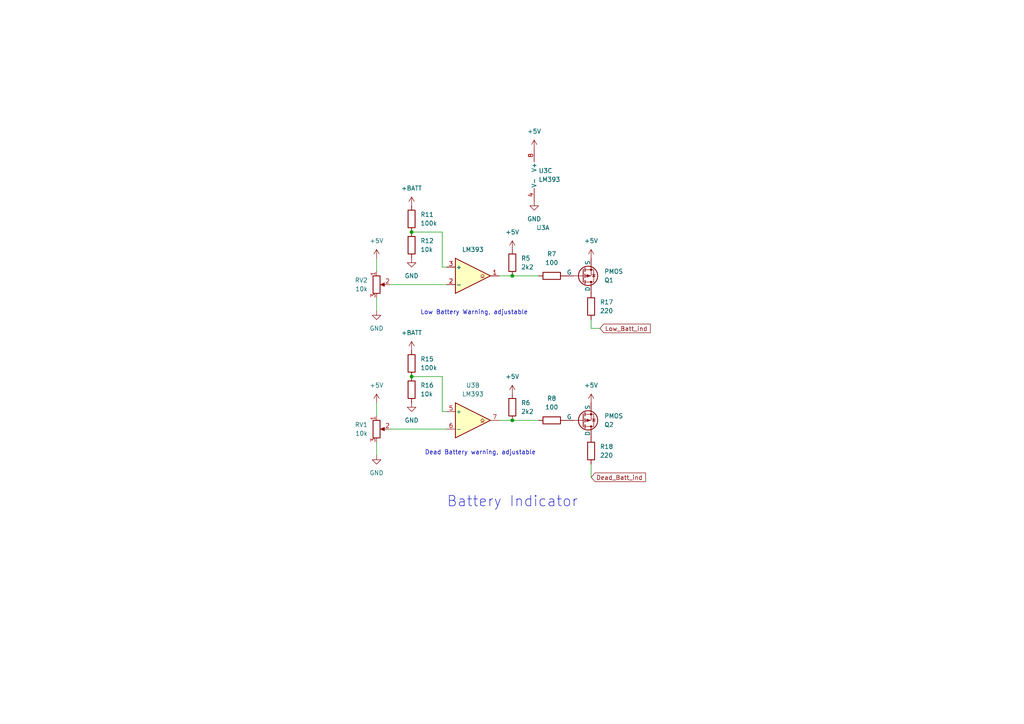
<source format=kicad_sch>
(kicad_sch (version 20230121) (generator eeschema)

  (uuid 1e088df7-3024-4f60-8ef0-3746c583047e)

  (paper "A4")

  (lib_symbols
    (symbol "Comparator:LM393" (pin_names (offset 0.127)) (in_bom yes) (on_board yes)
      (property "Reference" "U" (at 3.81 3.81 0)
        (effects (font (size 1.27 1.27)))
      )
      (property "Value" "LM393" (at 6.35 -3.81 0)
        (effects (font (size 1.27 1.27)))
      )
      (property "Footprint" "" (at 0 0 0)
        (effects (font (size 1.27 1.27)) hide)
      )
      (property "Datasheet" "http://www.ti.com/lit/ds/symlink/lm393.pdf" (at 0 0 0)
        (effects (font (size 1.27 1.27)) hide)
      )
      (property "ki_locked" "" (at 0 0 0)
        (effects (font (size 1.27 1.27)))
      )
      (property "ki_keywords" "cmp open collector" (at 0 0 0)
        (effects (font (size 1.27 1.27)) hide)
      )
      (property "ki_description" "Low-Power, Low-Offset Voltage, Dual Comparators, DIP-8/SOIC-8/TO-99-8" (at 0 0 0)
        (effects (font (size 1.27 1.27)) hide)
      )
      (property "ki_fp_filters" "SOIC*3.9x4.9mm*P1.27mm* DIP*W7.62mm* SOP*5.28x5.23mm*P1.27mm* VSSOP*3.0x3.0mm*P0.65mm* TSSOP*4.4x3mm*P0.65mm*" (at 0 0 0)
        (effects (font (size 1.27 1.27)) hide)
      )
      (symbol "LM393_1_1"
        (polyline
          (pts
            (xy -5.08 5.08)
            (xy 5.08 0)
            (xy -5.08 -5.08)
            (xy -5.08 5.08)
          )
          (stroke (width 0.254) (type default))
          (fill (type background))
        )
        (polyline
          (pts
            (xy 3.302 -0.508)
            (xy 2.794 -0.508)
            (xy 3.302 0)
            (xy 2.794 0.508)
            (xy 2.286 0)
            (xy 2.794 -0.508)
            (xy 2.286 -0.508)
          )
          (stroke (width 0.127) (type default))
          (fill (type none))
        )
        (pin open_collector line (at 7.62 0 180) (length 2.54)
          (name "~" (effects (font (size 1.27 1.27))))
          (number "1" (effects (font (size 1.27 1.27))))
        )
        (pin input line (at -7.62 -2.54 0) (length 2.54)
          (name "-" (effects (font (size 1.27 1.27))))
          (number "2" (effects (font (size 1.27 1.27))))
        )
        (pin input line (at -7.62 2.54 0) (length 2.54)
          (name "+" (effects (font (size 1.27 1.27))))
          (number "3" (effects (font (size 1.27 1.27))))
        )
      )
      (symbol "LM393_2_1"
        (polyline
          (pts
            (xy -5.08 5.08)
            (xy 5.08 0)
            (xy -5.08 -5.08)
            (xy -5.08 5.08)
          )
          (stroke (width 0.254) (type default))
          (fill (type background))
        )
        (polyline
          (pts
            (xy 3.302 -0.508)
            (xy 2.794 -0.508)
            (xy 3.302 0)
            (xy 2.794 0.508)
            (xy 2.286 0)
            (xy 2.794 -0.508)
            (xy 2.286 -0.508)
          )
          (stroke (width 0.127) (type default))
          (fill (type none))
        )
        (pin input line (at -7.62 2.54 0) (length 2.54)
          (name "+" (effects (font (size 1.27 1.27))))
          (number "5" (effects (font (size 1.27 1.27))))
        )
        (pin input line (at -7.62 -2.54 0) (length 2.54)
          (name "-" (effects (font (size 1.27 1.27))))
          (number "6" (effects (font (size 1.27 1.27))))
        )
        (pin open_collector line (at 7.62 0 180) (length 2.54)
          (name "~" (effects (font (size 1.27 1.27))))
          (number "7" (effects (font (size 1.27 1.27))))
        )
      )
      (symbol "LM393_3_1"
        (pin power_in line (at -2.54 -7.62 90) (length 3.81)
          (name "V-" (effects (font (size 1.27 1.27))))
          (number "4" (effects (font (size 1.27 1.27))))
        )
        (pin power_in line (at -2.54 7.62 270) (length 3.81)
          (name "V+" (effects (font (size 1.27 1.27))))
          (number "8" (effects (font (size 1.27 1.27))))
        )
      )
    )
    (symbol "Device:R" (pin_numbers hide) (pin_names (offset 0)) (in_bom yes) (on_board yes)
      (property "Reference" "R" (at 2.032 0 90)
        (effects (font (size 1.27 1.27)))
      )
      (property "Value" "R" (at 0 0 90)
        (effects (font (size 1.27 1.27)))
      )
      (property "Footprint" "" (at -1.778 0 90)
        (effects (font (size 1.27 1.27)) hide)
      )
      (property "Datasheet" "~" (at 0 0 0)
        (effects (font (size 1.27 1.27)) hide)
      )
      (property "ki_keywords" "R res resistor" (at 0 0 0)
        (effects (font (size 1.27 1.27)) hide)
      )
      (property "ki_description" "Resistor" (at 0 0 0)
        (effects (font (size 1.27 1.27)) hide)
      )
      (property "ki_fp_filters" "R_*" (at 0 0 0)
        (effects (font (size 1.27 1.27)) hide)
      )
      (symbol "R_0_1"
        (rectangle (start -1.016 -2.54) (end 1.016 2.54)
          (stroke (width 0.254) (type default))
          (fill (type none))
        )
      )
      (symbol "R_1_1"
        (pin passive line (at 0 3.81 270) (length 1.27)
          (name "~" (effects (font (size 1.27 1.27))))
          (number "1" (effects (font (size 1.27 1.27))))
        )
        (pin passive line (at 0 -3.81 90) (length 1.27)
          (name "~" (effects (font (size 1.27 1.27))))
          (number "2" (effects (font (size 1.27 1.27))))
        )
      )
    )
    (symbol "Device:R_Potentiometer" (pin_names (offset 1.016) hide) (in_bom yes) (on_board yes)
      (property "Reference" "RV" (at -4.445 0 90)
        (effects (font (size 1.27 1.27)))
      )
      (property "Value" "R_Potentiometer" (at -2.54 0 90)
        (effects (font (size 1.27 1.27)))
      )
      (property "Footprint" "" (at 0 0 0)
        (effects (font (size 1.27 1.27)) hide)
      )
      (property "Datasheet" "~" (at 0 0 0)
        (effects (font (size 1.27 1.27)) hide)
      )
      (property "ki_keywords" "resistor variable" (at 0 0 0)
        (effects (font (size 1.27 1.27)) hide)
      )
      (property "ki_description" "Potentiometer" (at 0 0 0)
        (effects (font (size 1.27 1.27)) hide)
      )
      (property "ki_fp_filters" "Potentiometer*" (at 0 0 0)
        (effects (font (size 1.27 1.27)) hide)
      )
      (symbol "R_Potentiometer_0_1"
        (polyline
          (pts
            (xy 2.54 0)
            (xy 1.524 0)
          )
          (stroke (width 0) (type default))
          (fill (type none))
        )
        (polyline
          (pts
            (xy 1.143 0)
            (xy 2.286 0.508)
            (xy 2.286 -0.508)
            (xy 1.143 0)
          )
          (stroke (width 0) (type default))
          (fill (type outline))
        )
        (rectangle (start 1.016 2.54) (end -1.016 -2.54)
          (stroke (width 0.254) (type default))
          (fill (type none))
        )
      )
      (symbol "R_Potentiometer_1_1"
        (pin passive line (at 0 3.81 270) (length 1.27)
          (name "1" (effects (font (size 1.27 1.27))))
          (number "1" (effects (font (size 1.27 1.27))))
        )
        (pin passive line (at 3.81 0 180) (length 1.27)
          (name "2" (effects (font (size 1.27 1.27))))
          (number "2" (effects (font (size 1.27 1.27))))
        )
        (pin passive line (at 0 -3.81 90) (length 1.27)
          (name "3" (effects (font (size 1.27 1.27))))
          (number "3" (effects (font (size 1.27 1.27))))
        )
      )
    )
    (symbol "Simulation_SPICE:PMOS" (pin_numbers hide) (pin_names (offset 0)) (in_bom yes) (on_board yes)
      (property "Reference" "Q" (at 5.08 1.27 0)
        (effects (font (size 1.27 1.27)) (justify left))
      )
      (property "Value" "PMOS" (at 5.08 -1.27 0)
        (effects (font (size 1.27 1.27)) (justify left))
      )
      (property "Footprint" "" (at 5.08 2.54 0)
        (effects (font (size 1.27 1.27)) hide)
      )
      (property "Datasheet" "https://ngspice.sourceforge.io/docs/ngspice-manual.pdf" (at 0 -12.7 0)
        (effects (font (size 1.27 1.27)) hide)
      )
      (property "Sim.Device" "PMOS" (at 0 -17.145 0)
        (effects (font (size 1.27 1.27)) hide)
      )
      (property "Sim.Type" "VDMOS" (at 0 -19.05 0)
        (effects (font (size 1.27 1.27)) hide)
      )
      (property "Sim.Pins" "1=D 2=G 3=S" (at 0 -15.24 0)
        (effects (font (size 1.27 1.27)) hide)
      )
      (property "ki_keywords" "transistor PMOS P-MOS P-MOSFET simulation" (at 0 0 0)
        (effects (font (size 1.27 1.27)) hide)
      )
      (property "ki_description" "P-MOSFET transistor, drain/source/gate" (at 0 0 0)
        (effects (font (size 1.27 1.27)) hide)
      )
      (symbol "PMOS_0_1"
        (polyline
          (pts
            (xy 0.254 0)
            (xy -2.54 0)
          )
          (stroke (width 0) (type default))
          (fill (type none))
        )
        (polyline
          (pts
            (xy 0.254 1.905)
            (xy 0.254 -1.905)
          )
          (stroke (width 0.254) (type default))
          (fill (type none))
        )
        (polyline
          (pts
            (xy 0.762 -1.27)
            (xy 0.762 -2.286)
          )
          (stroke (width 0.254) (type default))
          (fill (type none))
        )
        (polyline
          (pts
            (xy 0.762 0.508)
            (xy 0.762 -0.508)
          )
          (stroke (width 0.254) (type default))
          (fill (type none))
        )
        (polyline
          (pts
            (xy 0.762 2.286)
            (xy 0.762 1.27)
          )
          (stroke (width 0.254) (type default))
          (fill (type none))
        )
        (polyline
          (pts
            (xy 2.54 2.54)
            (xy 2.54 1.778)
          )
          (stroke (width 0) (type default))
          (fill (type none))
        )
        (polyline
          (pts
            (xy 2.54 -2.54)
            (xy 2.54 0)
            (xy 0.762 0)
          )
          (stroke (width 0) (type default))
          (fill (type none))
        )
        (polyline
          (pts
            (xy 0.762 1.778)
            (xy 3.302 1.778)
            (xy 3.302 -1.778)
            (xy 0.762 -1.778)
          )
          (stroke (width 0) (type default))
          (fill (type none))
        )
        (polyline
          (pts
            (xy 2.286 0)
            (xy 1.27 0.381)
            (xy 1.27 -0.381)
            (xy 2.286 0)
          )
          (stroke (width 0) (type default))
          (fill (type outline))
        )
        (polyline
          (pts
            (xy 2.794 -0.508)
            (xy 2.921 -0.381)
            (xy 3.683 -0.381)
            (xy 3.81 -0.254)
          )
          (stroke (width 0) (type default))
          (fill (type none))
        )
        (polyline
          (pts
            (xy 3.302 -0.381)
            (xy 2.921 0.254)
            (xy 3.683 0.254)
            (xy 3.302 -0.381)
          )
          (stroke (width 0) (type default))
          (fill (type none))
        )
        (circle (center 1.651 0) (radius 2.794)
          (stroke (width 0.254) (type default))
          (fill (type none))
        )
        (circle (center 2.54 -1.778) (radius 0.254)
          (stroke (width 0) (type default))
          (fill (type outline))
        )
        (circle (center 2.54 1.778) (radius 0.254)
          (stroke (width 0) (type default))
          (fill (type outline))
        )
      )
      (symbol "PMOS_1_1"
        (pin passive line (at 2.54 5.08 270) (length 2.54)
          (name "D" (effects (font (size 1.27 1.27))))
          (number "1" (effects (font (size 1.27 1.27))))
        )
        (pin input line (at -5.08 0 0) (length 2.54)
          (name "G" (effects (font (size 1.27 1.27))))
          (number "2" (effects (font (size 1.27 1.27))))
        )
        (pin passive line (at 2.54 -5.08 90) (length 2.54)
          (name "S" (effects (font (size 1.27 1.27))))
          (number "3" (effects (font (size 1.27 1.27))))
        )
      )
    )
    (symbol "power:+5V" (power) (pin_names (offset 0)) (in_bom yes) (on_board yes)
      (property "Reference" "#PWR" (at 0 -3.81 0)
        (effects (font (size 1.27 1.27)) hide)
      )
      (property "Value" "+5V" (at 0 3.556 0)
        (effects (font (size 1.27 1.27)))
      )
      (property "Footprint" "" (at 0 0 0)
        (effects (font (size 1.27 1.27)) hide)
      )
      (property "Datasheet" "" (at 0 0 0)
        (effects (font (size 1.27 1.27)) hide)
      )
      (property "ki_keywords" "global power" (at 0 0 0)
        (effects (font (size 1.27 1.27)) hide)
      )
      (property "ki_description" "Power symbol creates a global label with name \"+5V\"" (at 0 0 0)
        (effects (font (size 1.27 1.27)) hide)
      )
      (symbol "+5V_0_1"
        (polyline
          (pts
            (xy -0.762 1.27)
            (xy 0 2.54)
          )
          (stroke (width 0) (type default))
          (fill (type none))
        )
        (polyline
          (pts
            (xy 0 0)
            (xy 0 2.54)
          )
          (stroke (width 0) (type default))
          (fill (type none))
        )
        (polyline
          (pts
            (xy 0 2.54)
            (xy 0.762 1.27)
          )
          (stroke (width 0) (type default))
          (fill (type none))
        )
      )
      (symbol "+5V_1_1"
        (pin power_in line (at 0 0 90) (length 0) hide
          (name "+5V" (effects (font (size 1.27 1.27))))
          (number "1" (effects (font (size 1.27 1.27))))
        )
      )
    )
    (symbol "power:+BATT" (power) (pin_names (offset 0)) (in_bom yes) (on_board yes)
      (property "Reference" "#PWR" (at 0 -3.81 0)
        (effects (font (size 1.27 1.27)) hide)
      )
      (property "Value" "+BATT" (at 0 3.556 0)
        (effects (font (size 1.27 1.27)))
      )
      (property "Footprint" "" (at 0 0 0)
        (effects (font (size 1.27 1.27)) hide)
      )
      (property "Datasheet" "" (at 0 0 0)
        (effects (font (size 1.27 1.27)) hide)
      )
      (property "ki_keywords" "global power battery" (at 0 0 0)
        (effects (font (size 1.27 1.27)) hide)
      )
      (property "ki_description" "Power symbol creates a global label with name \"+BATT\"" (at 0 0 0)
        (effects (font (size 1.27 1.27)) hide)
      )
      (symbol "+BATT_0_1"
        (polyline
          (pts
            (xy -0.762 1.27)
            (xy 0 2.54)
          )
          (stroke (width 0) (type default))
          (fill (type none))
        )
        (polyline
          (pts
            (xy 0 0)
            (xy 0 2.54)
          )
          (stroke (width 0) (type default))
          (fill (type none))
        )
        (polyline
          (pts
            (xy 0 2.54)
            (xy 0.762 1.27)
          )
          (stroke (width 0) (type default))
          (fill (type none))
        )
      )
      (symbol "+BATT_1_1"
        (pin power_in line (at 0 0 90) (length 0) hide
          (name "+BATT" (effects (font (size 1.27 1.27))))
          (number "1" (effects (font (size 1.27 1.27))))
        )
      )
    )
    (symbol "power:GND" (power) (pin_names (offset 0)) (in_bom yes) (on_board yes)
      (property "Reference" "#PWR" (at 0 -6.35 0)
        (effects (font (size 1.27 1.27)) hide)
      )
      (property "Value" "GND" (at 0 -3.81 0)
        (effects (font (size 1.27 1.27)))
      )
      (property "Footprint" "" (at 0 0 0)
        (effects (font (size 1.27 1.27)) hide)
      )
      (property "Datasheet" "" (at 0 0 0)
        (effects (font (size 1.27 1.27)) hide)
      )
      (property "ki_keywords" "global power" (at 0 0 0)
        (effects (font (size 1.27 1.27)) hide)
      )
      (property "ki_description" "Power symbol creates a global label with name \"GND\" , ground" (at 0 0 0)
        (effects (font (size 1.27 1.27)) hide)
      )
      (symbol "GND_0_1"
        (polyline
          (pts
            (xy 0 0)
            (xy 0 -1.27)
            (xy 1.27 -1.27)
            (xy 0 -2.54)
            (xy -1.27 -1.27)
            (xy 0 -1.27)
          )
          (stroke (width 0) (type default))
          (fill (type none))
        )
      )
      (symbol "GND_1_1"
        (pin power_in line (at 0 0 270) (length 0) hide
          (name "GND" (effects (font (size 1.27 1.27))))
          (number "1" (effects (font (size 1.27 1.27))))
        )
      )
    )
  )

  (junction (at 119.38 109.22) (diameter 0) (color 0 0 0 0)
    (uuid 2ef30923-214c-4064-ac55-7c18160b7876)
  )
  (junction (at 148.59 80.01) (diameter 0) (color 0 0 0 0)
    (uuid 3ee75f99-23ad-4fd2-a8e9-2fce46a7f1f4)
  )
  (junction (at 148.59 121.92) (diameter 0) (color 0 0 0 0)
    (uuid b8faeb53-c2fa-4562-9924-13169b12ea92)
  )
  (junction (at 119.38 67.31) (diameter 0) (color 0 0 0 0)
    (uuid de073c2a-f4ab-4780-b015-e60f0a1f0ce5)
  )

  (wire (pts (xy 148.59 80.01) (xy 156.21 80.01))
    (stroke (width 0) (type default))
    (uuid 1455567b-5abc-4e0f-b71f-9e02f39684f6)
  )
  (wire (pts (xy 148.59 121.92) (xy 156.21 121.92))
    (stroke (width 0) (type default))
    (uuid 22279b2b-bdae-41b6-a696-eb8bfa0537cc)
  )
  (wire (pts (xy 119.38 109.22) (xy 128.27 109.22))
    (stroke (width 0) (type default))
    (uuid 2f3aacce-c4d2-4630-9ae5-7f6763aeae94)
  )
  (wire (pts (xy 129.54 119.38) (xy 128.27 119.38))
    (stroke (width 0) (type default))
    (uuid 385c80f5-4699-4512-bcb3-b6dfef986faa)
  )
  (wire (pts (xy 109.22 116.84) (xy 109.22 120.65))
    (stroke (width 0) (type default))
    (uuid 3b187ad0-444c-4339-a8f0-752faf88938f)
  )
  (wire (pts (xy 128.27 119.38) (xy 128.27 109.22))
    (stroke (width 0) (type default))
    (uuid 458e41fd-60c0-4be7-a0c0-cb156ef1388d)
  )
  (wire (pts (xy 144.78 121.92) (xy 148.59 121.92))
    (stroke (width 0) (type default))
    (uuid 77e2cdee-9db6-4f73-b1e2-f322978931a5)
  )
  (wire (pts (xy 113.03 124.46) (xy 129.54 124.46))
    (stroke (width 0) (type default))
    (uuid 7932a247-6f41-4af2-86ef-c198e098ac86)
  )
  (wire (pts (xy 109.22 128.27) (xy 109.22 132.08))
    (stroke (width 0) (type default))
    (uuid 9ea6f916-e4fe-44f2-b0d9-cfbb9a96c1d8)
  )
  (wire (pts (xy 129.54 77.47) (xy 128.27 77.47))
    (stroke (width 0) (type default))
    (uuid a4812739-fb97-4cea-80a5-372195f770f7)
  )
  (wire (pts (xy 119.38 67.31) (xy 128.27 67.31))
    (stroke (width 0) (type default))
    (uuid a87b7cc1-6f3e-4234-8024-984b6f350480)
  )
  (wire (pts (xy 171.45 92.71) (xy 171.45 95.25))
    (stroke (width 0) (type default))
    (uuid b17b9107-5a43-48b6-8ec4-e01181a9a829)
  )
  (wire (pts (xy 109.22 86.36) (xy 109.22 90.17))
    (stroke (width 0) (type default))
    (uuid b249a5e6-9d14-4225-9740-6e8175810b66)
  )
  (wire (pts (xy 113.03 82.55) (xy 129.54 82.55))
    (stroke (width 0) (type default))
    (uuid bf0dfb69-6306-41f4-a173-231570773cb2)
  )
  (wire (pts (xy 128.27 77.47) (xy 128.27 67.31))
    (stroke (width 0) (type default))
    (uuid bfe94738-4c6f-4abe-82e7-3b48af4cb2b4)
  )
  (wire (pts (xy 171.45 134.62) (xy 171.45 138.43))
    (stroke (width 0) (type default))
    (uuid d359f26a-516a-4276-916a-12cca0827f51)
  )
  (wire (pts (xy 109.22 74.93) (xy 109.22 78.74))
    (stroke (width 0) (type default))
    (uuid dda6333a-bec4-4be8-85eb-faf2c817ac4e)
  )
  (wire (pts (xy 144.78 80.01) (xy 148.59 80.01))
    (stroke (width 0) (type default))
    (uuid e8fb00f5-6c58-4465-93a5-50d2e607a03a)
  )
  (wire (pts (xy 171.45 95.25) (xy 173.99 95.25))
    (stroke (width 0) (type default))
    (uuid f3318a2e-4e70-4823-8114-2de3a55d8384)
  )

  (text "Dead Battery warning, adjustable" (at 123.19 132.08 0)
    (effects (font (size 1.27 1.27)) (justify left bottom))
    (uuid 911b81e9-847d-4df9-bf73-da7d7d6fae88)
  )
  (text "Battery Indicator" (at 129.54 147.32 0)
    (effects (font (size 3 3)) (justify left bottom))
    (uuid a1a91c40-08a9-409e-a12e-be5f1d31c276)
  )
  (text "Low Battery Warning, adjustable" (at 121.92 91.44 0)
    (effects (font (size 1.27 1.27)) (justify left bottom))
    (uuid f45f39d1-c179-4c4b-9633-48da926d884e)
  )

  (global_label "Dead_Batt_ind" (shape input) (at 171.45 138.43 0) (fields_autoplaced)
    (effects (font (size 1.27 1.27)) (justify left))
    (uuid 713dd0e9-fbec-4492-a315-c4dda70cc045)
    (property "Intersheetrefs" "${INTERSHEET_REFS}" (at 187.8002 138.43 0)
      (effects (font (size 1.27 1.27)) (justify left) hide)
    )
  )
  (global_label "Low_Batt_ind" (shape input) (at 173.99 95.25 0) (fields_autoplaced)
    (effects (font (size 1.27 1.27)) (justify left))
    (uuid b3a6b71e-fc08-4f2a-b0be-facfca9e0cfe)
    (property "Intersheetrefs" "${INTERSHEET_REFS}" (at 189.1912 95.25 0)
      (effects (font (size 1.27 1.27)) (justify left) hide)
    )
  )

  (symbol (lib_id "Device:R_Potentiometer") (at 109.22 82.55 0) (unit 1)
    (in_bom yes) (on_board yes) (dnp no) (fields_autoplaced)
    (uuid 00243db8-5325-4a56-a2a5-cea2400fcbf4)
    (property "Reference" "RV2" (at 106.68 81.28 0)
      (effects (font (size 1.27 1.27)) (justify right))
    )
    (property "Value" "10k" (at 106.68 83.82 0)
      (effects (font (size 1.27 1.27)) (justify right))
    )
    (property "Footprint" "" (at 109.22 82.55 0)
      (effects (font (size 1.27 1.27)) hide)
    )
    (property "Datasheet" "~" (at 109.22 82.55 0)
      (effects (font (size 1.27 1.27)) hide)
    )
    (pin "3" (uuid 7726ebf8-02d8-4fb9-ab45-df43b2d6282c))
    (pin "2" (uuid a8045b16-1f9c-4ed3-8c94-e11bd6be5352))
    (pin "1" (uuid b2313e80-0924-46c1-90d5-e8b3d5dfde80))
    (instances
      (project "Baja_ECVT_controller"
        (path "/c079eab7-726a-471f-be62-709191f368a5/bdd6113e-2452-49f0-9c6c-e5a49c773210"
          (reference "RV2") (unit 1)
        )
      )
    )
  )

  (symbol (lib_id "power:+5V") (at 109.22 116.84 0) (unit 1)
    (in_bom yes) (on_board yes) (dnp no) (fields_autoplaced)
    (uuid 08df4d5e-4bc3-45cf-98a9-126824e008bd)
    (property "Reference" "#PWR065" (at 109.22 120.65 0)
      (effects (font (size 1.27 1.27)) hide)
    )
    (property "Value" "+5V" (at 109.22 111.76 0)
      (effects (font (size 1.27 1.27)))
    )
    (property "Footprint" "" (at 109.22 116.84 0)
      (effects (font (size 1.27 1.27)) hide)
    )
    (property "Datasheet" "" (at 109.22 116.84 0)
      (effects (font (size 1.27 1.27)) hide)
    )
    (pin "1" (uuid 6bc7c2c9-f7e0-488a-a6cd-88a894970bd9))
    (instances
      (project "Baja_ECVT_controller"
        (path "/c079eab7-726a-471f-be62-709191f368a5"
          (reference "#PWR065") (unit 1)
        )
        (path "/c079eab7-726a-471f-be62-709191f368a5/bdd6113e-2452-49f0-9c6c-e5a49c773210"
          (reference "#PWR091") (unit 1)
        )
      )
    )
  )

  (symbol (lib_id "Simulation_SPICE:PMOS") (at 168.91 80.01 0) (mirror x) (unit 1)
    (in_bom yes) (on_board yes) (dnp no)
    (uuid 16bf20f6-a642-43f8-8f95-8805744b7a14)
    (property "Reference" "Q1" (at 175.26 81.28 0)
      (effects (font (size 1.27 1.27)) (justify left))
    )
    (property "Value" "PMOS" (at 175.26 78.74 0)
      (effects (font (size 1.27 1.27)) (justify left))
    )
    (property "Footprint" "" (at 173.99 82.55 0)
      (effects (font (size 1.27 1.27)) hide)
    )
    (property "Datasheet" "https://ngspice.sourceforge.io/docs/ngspice-manual.pdf" (at 168.91 67.31 0)
      (effects (font (size 1.27 1.27)) hide)
    )
    (property "Sim.Device" "PMOS" (at 168.91 62.865 0)
      (effects (font (size 1.27 1.27)) hide)
    )
    (property "Sim.Type" "VDMOS" (at 168.91 60.96 0)
      (effects (font (size 1.27 1.27)) hide)
    )
    (property "Sim.Pins" "1=D 2=G 3=S" (at 168.91 64.77 0)
      (effects (font (size 1.27 1.27)) hide)
    )
    (pin "2" (uuid fb5f06a9-97e6-4b27-a54e-967ba240e54b))
    (pin "3" (uuid 9c844c61-5ecb-48ef-aaa6-5c7f3a4b6dca))
    (pin "1" (uuid 9c436887-6a05-4c98-9261-9aad920b96d9))
    (instances
      (project "Baja_ECVT_controller"
        (path "/c079eab7-726a-471f-be62-709191f368a5"
          (reference "Q1") (unit 1)
        )
        (path "/c079eab7-726a-471f-be62-709191f368a5/bdd6113e-2452-49f0-9c6c-e5a49c773210"
          (reference "Q7") (unit 1)
        )
      )
    )
  )

  (symbol (lib_id "power:+BATT") (at 119.38 101.6 0) (unit 1)
    (in_bom yes) (on_board yes) (dnp no) (fields_autoplaced)
    (uuid 1cc79d53-9dea-4ad9-a790-4242a70a2684)
    (property "Reference" "#PWR067" (at 119.38 105.41 0)
      (effects (font (size 1.27 1.27)) hide)
    )
    (property "Value" "+BATT" (at 119.38 96.52 0)
      (effects (font (size 1.27 1.27)))
    )
    (property "Footprint" "" (at 119.38 101.6 0)
      (effects (font (size 1.27 1.27)) hide)
    )
    (property "Datasheet" "" (at 119.38 101.6 0)
      (effects (font (size 1.27 1.27)) hide)
    )
    (pin "1" (uuid d7e373e8-0780-491b-b1c4-ab87a578a9a9))
    (instances
      (project "Baja_ECVT_controller"
        (path "/c079eab7-726a-471f-be62-709191f368a5"
          (reference "#PWR067") (unit 1)
        )
        (path "/c079eab7-726a-471f-be62-709191f368a5/bdd6113e-2452-49f0-9c6c-e5a49c773210"
          (reference "#PWR095") (unit 1)
        )
      )
    )
  )

  (symbol (lib_id "Device:R") (at 148.59 76.2 0) (unit 1)
    (in_bom yes) (on_board yes) (dnp no) (fields_autoplaced)
    (uuid 1e71b19f-2066-457f-91a7-e1e54e550097)
    (property "Reference" "R5" (at 151.13 74.93 0)
      (effects (font (size 1.27 1.27)) (justify left))
    )
    (property "Value" "2k2" (at 151.13 77.47 0)
      (effects (font (size 1.27 1.27)) (justify left))
    )
    (property "Footprint" "" (at 146.812 76.2 90)
      (effects (font (size 1.27 1.27)) hide)
    )
    (property "Datasheet" "~" (at 148.59 76.2 0)
      (effects (font (size 1.27 1.27)) hide)
    )
    (pin "1" (uuid 27e99ec8-3065-4c98-8e9b-0354a6da4980))
    (pin "2" (uuid bb77059e-65f4-45cb-8e42-4a165f75a953))
    (instances
      (project "Baja_ECVT_controller"
        (path "/c079eab7-726a-471f-be62-709191f368a5"
          (reference "R5") (unit 1)
        )
        (path "/c079eab7-726a-471f-be62-709191f368a5/bdd6113e-2452-49f0-9c6c-e5a49c773210"
          (reference "R36") (unit 1)
        )
      )
    )
  )

  (symbol (lib_id "Device:R") (at 171.45 88.9 0) (unit 1)
    (in_bom yes) (on_board yes) (dnp no) (fields_autoplaced)
    (uuid 1f7210a9-3b70-44bc-b9bd-04e0b643ce3e)
    (property "Reference" "R17" (at 173.99 87.63 0)
      (effects (font (size 1.27 1.27)) (justify left))
    )
    (property "Value" "220" (at 173.99 90.17 0)
      (effects (font (size 1.27 1.27)) (justify left))
    )
    (property "Footprint" "" (at 169.672 88.9 90)
      (effects (font (size 1.27 1.27)) hide)
    )
    (property "Datasheet" "~" (at 171.45 88.9 0)
      (effects (font (size 1.27 1.27)) hide)
    )
    (pin "1" (uuid 1d2e052e-2710-4120-a64b-d704467d88ca))
    (pin "2" (uuid 4abf81d8-0fea-4e22-aa2b-b47465edd3b6))
    (instances
      (project "Baja_ECVT_controller"
        (path "/c079eab7-726a-471f-be62-709191f368a5"
          (reference "R17") (unit 1)
        )
        (path "/c079eab7-726a-471f-be62-709191f368a5/bdd6113e-2452-49f0-9c6c-e5a49c773210"
          (reference "R40") (unit 1)
        )
      )
    )
  )

  (symbol (lib_id "power:+5V") (at 171.45 74.93 0) (unit 1)
    (in_bom yes) (on_board yes) (dnp no) (fields_autoplaced)
    (uuid 3379649f-e933-4fc8-93fa-029f5ecd2664)
    (property "Reference" "#PWR059" (at 171.45 78.74 0)
      (effects (font (size 1.27 1.27)) hide)
    )
    (property "Value" "+5V" (at 171.45 69.85 0)
      (effects (font (size 1.27 1.27)))
    )
    (property "Footprint" "" (at 171.45 74.93 0)
      (effects (font (size 1.27 1.27)) hide)
    )
    (property "Datasheet" "" (at 171.45 74.93 0)
      (effects (font (size 1.27 1.27)) hide)
    )
    (pin "1" (uuid de259b96-6c28-42a6-933d-1956ea7fd340))
    (instances
      (project "Baja_ECVT_controller"
        (path "/c079eab7-726a-471f-be62-709191f368a5"
          (reference "#PWR059") (unit 1)
        )
        (path "/c079eab7-726a-471f-be62-709191f368a5/bdd6113e-2452-49f0-9c6c-e5a49c773210"
          (reference "#PWR0101") (unit 1)
        )
      )
    )
  )

  (symbol (lib_id "Device:R") (at 171.45 130.81 0) (unit 1)
    (in_bom yes) (on_board yes) (dnp no) (fields_autoplaced)
    (uuid 384e0cf1-9077-4e43-af25-1340b287ca4f)
    (property "Reference" "R18" (at 173.99 129.54 0)
      (effects (font (size 1.27 1.27)) (justify left))
    )
    (property "Value" "220" (at 173.99 132.08 0)
      (effects (font (size 1.27 1.27)) (justify left))
    )
    (property "Footprint" "" (at 169.672 130.81 90)
      (effects (font (size 1.27 1.27)) hide)
    )
    (property "Datasheet" "~" (at 171.45 130.81 0)
      (effects (font (size 1.27 1.27)) hide)
    )
    (pin "1" (uuid 4c62cffa-0656-4347-b6bb-3ed07528ad3a))
    (pin "2" (uuid 8d04cc44-6009-428e-8f02-c2e6cb380909))
    (instances
      (project "Baja_ECVT_controller"
        (path "/c079eab7-726a-471f-be62-709191f368a5"
          (reference "R18") (unit 1)
        )
        (path "/c079eab7-726a-471f-be62-709191f368a5/bdd6113e-2452-49f0-9c6c-e5a49c773210"
          (reference "R41") (unit 1)
        )
      )
    )
  )

  (symbol (lib_id "Comparator:LM393") (at 137.16 121.92 0) (unit 2)
    (in_bom yes) (on_board yes) (dnp no) (fields_autoplaced)
    (uuid 3cc3605a-9c75-4253-b720-86682ae3c446)
    (property "Reference" "U3" (at 137.16 111.76 0)
      (effects (font (size 1.27 1.27)))
    )
    (property "Value" "LM393" (at 137.16 114.3 0)
      (effects (font (size 1.27 1.27)))
    )
    (property "Footprint" "" (at 137.16 121.92 0)
      (effects (font (size 1.27 1.27)) hide)
    )
    (property "Datasheet" "http://www.ti.com/lit/ds/symlink/lm393.pdf" (at 137.16 121.92 0)
      (effects (font (size 1.27 1.27)) hide)
    )
    (pin "3" (uuid bb671e74-336f-4199-874f-c6ffd974626c))
    (pin "7" (uuid 0f14a7ce-8a99-4c55-9911-a2f7fcbbcaf0))
    (pin "2" (uuid 8f390e0e-693f-4a18-985c-935b59fb42c9))
    (pin "6" (uuid 4a10f170-a625-4bef-bbd0-7f5a82ea8881))
    (pin "4" (uuid 47f4c3a4-9184-4286-bdd6-6c2aff415288))
    (pin "5" (uuid aec17281-773a-42ab-a212-f6d6807a42a2))
    (pin "8" (uuid 234f559a-bd89-4f5f-a00c-6972c4582fb7))
    (pin "1" (uuid 173a68ea-b8f6-4bcb-ae56-8fce1c987356))
    (instances
      (project "Baja_ECVT_controller"
        (path "/c079eab7-726a-471f-be62-709191f368a5"
          (reference "U3") (unit 2)
        )
        (path "/c079eab7-726a-471f-be62-709191f368a5/bdd6113e-2452-49f0-9c6c-e5a49c773210"
          (reference "U8") (unit 2)
        )
      )
    )
  )

  (symbol (lib_id "Device:R") (at 119.38 105.41 0) (unit 1)
    (in_bom yes) (on_board yes) (dnp no) (fields_autoplaced)
    (uuid 3f286a1d-de93-4852-b55e-b0495f894410)
    (property "Reference" "R15" (at 121.92 104.14 0)
      (effects (font (size 1.27 1.27)) (justify left))
    )
    (property "Value" "100k" (at 121.92 106.68 0)
      (effects (font (size 1.27 1.27)) (justify left))
    )
    (property "Footprint" "" (at 117.602 105.41 90)
      (effects (font (size 1.27 1.27)) hide)
    )
    (property "Datasheet" "~" (at 119.38 105.41 0)
      (effects (font (size 1.27 1.27)) hide)
    )
    (pin "1" (uuid ba7622d1-53d8-4de0-bb58-26111400d267))
    (pin "2" (uuid 9722d4da-d543-4b2f-ad0d-bb207e950e2a))
    (instances
      (project "Baja_ECVT_controller"
        (path "/c079eab7-726a-471f-be62-709191f368a5"
          (reference "R15") (unit 1)
        )
        (path "/c079eab7-726a-471f-be62-709191f368a5/bdd6113e-2452-49f0-9c6c-e5a49c773210"
          (reference "R34") (unit 1)
        )
      )
    )
  )

  (symbol (lib_id "power:GND") (at 154.94 58.42 0) (unit 1)
    (in_bom yes) (on_board yes) (dnp no) (fields_autoplaced)
    (uuid 4191aafb-3c5f-42c4-892b-6806272e8289)
    (property "Reference" "#PWR055" (at 154.94 64.77 0)
      (effects (font (size 1.27 1.27)) hide)
    )
    (property "Value" "GND" (at 154.94 63.5 0)
      (effects (font (size 1.27 1.27)))
    )
    (property "Footprint" "" (at 154.94 58.42 0)
      (effects (font (size 1.27 1.27)) hide)
    )
    (property "Datasheet" "" (at 154.94 58.42 0)
      (effects (font (size 1.27 1.27)) hide)
    )
    (pin "1" (uuid 22762275-da8d-430e-ac35-5bf0ab7c42d4))
    (instances
      (project "Baja_ECVT_controller"
        (path "/c079eab7-726a-471f-be62-709191f368a5"
          (reference "#PWR055") (unit 1)
        )
        (path "/c079eab7-726a-471f-be62-709191f368a5/bdd6113e-2452-49f0-9c6c-e5a49c773210"
          (reference "#PWR0100") (unit 1)
        )
      )
    )
  )

  (symbol (lib_id "power:+5V") (at 171.45 116.84 0) (unit 1)
    (in_bom yes) (on_board yes) (dnp no) (fields_autoplaced)
    (uuid 493aa69b-c20d-4121-938a-f052bae30837)
    (property "Reference" "#PWR060" (at 171.45 120.65 0)
      (effects (font (size 1.27 1.27)) hide)
    )
    (property "Value" "+5V" (at 171.45 111.76 0)
      (effects (font (size 1.27 1.27)))
    )
    (property "Footprint" "" (at 171.45 116.84 0)
      (effects (font (size 1.27 1.27)) hide)
    )
    (property "Datasheet" "" (at 171.45 116.84 0)
      (effects (font (size 1.27 1.27)) hide)
    )
    (pin "1" (uuid 7b0af26a-33d9-4e3d-a996-58924a00acce))
    (instances
      (project "Baja_ECVT_controller"
        (path "/c079eab7-726a-471f-be62-709191f368a5"
          (reference "#PWR060") (unit 1)
        )
        (path "/c079eab7-726a-471f-be62-709191f368a5/bdd6113e-2452-49f0-9c6c-e5a49c773210"
          (reference "#PWR0102") (unit 1)
        )
      )
    )
  )

  (symbol (lib_id "power:GND") (at 119.38 74.93 0) (unit 1)
    (in_bom yes) (on_board yes) (dnp no) (fields_autoplaced)
    (uuid 4a6105e7-4203-4c29-a030-8fb52856d7ed)
    (property "Reference" "#PWR064" (at 119.38 81.28 0)
      (effects (font (size 1.27 1.27)) hide)
    )
    (property "Value" "GND" (at 119.38 80.01 0)
      (effects (font (size 1.27 1.27)))
    )
    (property "Footprint" "" (at 119.38 74.93 0)
      (effects (font (size 1.27 1.27)) hide)
    )
    (property "Datasheet" "" (at 119.38 74.93 0)
      (effects (font (size 1.27 1.27)) hide)
    )
    (pin "1" (uuid 312f2841-1ec9-4374-b9c6-3061f8847477))
    (instances
      (project "Baja_ECVT_controller"
        (path "/c079eab7-726a-471f-be62-709191f368a5"
          (reference "#PWR064") (unit 1)
        )
        (path "/c079eab7-726a-471f-be62-709191f368a5/bdd6113e-2452-49f0-9c6c-e5a49c773210"
          (reference "#PWR094") (unit 1)
        )
      )
    )
  )

  (symbol (lib_id "Device:R") (at 148.59 118.11 0) (unit 1)
    (in_bom yes) (on_board yes) (dnp no) (fields_autoplaced)
    (uuid 57e4e74d-802d-4d79-90f2-f4f8648732d0)
    (property "Reference" "R6" (at 151.13 116.84 0)
      (effects (font (size 1.27 1.27)) (justify left))
    )
    (property "Value" "2k2" (at 151.13 119.38 0)
      (effects (font (size 1.27 1.27)) (justify left))
    )
    (property "Footprint" "" (at 146.812 118.11 90)
      (effects (font (size 1.27 1.27)) hide)
    )
    (property "Datasheet" "~" (at 148.59 118.11 0)
      (effects (font (size 1.27 1.27)) hide)
    )
    (pin "1" (uuid b0502c1f-3aba-4eec-b2e0-7fe124bc5c2a))
    (pin "2" (uuid 8e7720e7-e6f3-40dc-8697-1846f559beda))
    (instances
      (project "Baja_ECVT_controller"
        (path "/c079eab7-726a-471f-be62-709191f368a5"
          (reference "R6") (unit 1)
        )
        (path "/c079eab7-726a-471f-be62-709191f368a5/bdd6113e-2452-49f0-9c6c-e5a49c773210"
          (reference "R37") (unit 1)
        )
      )
    )
  )

  (symbol (lib_id "power:+5V") (at 109.22 74.93 0) (unit 1)
    (in_bom yes) (on_board yes) (dnp no) (fields_autoplaced)
    (uuid 74cbe17a-6468-4e23-b469-2f12c71d8fd3)
    (property "Reference" "#PWR062" (at 109.22 78.74 0)
      (effects (font (size 1.27 1.27)) hide)
    )
    (property "Value" "+5V" (at 109.22 69.85 0)
      (effects (font (size 1.27 1.27)))
    )
    (property "Footprint" "" (at 109.22 74.93 0)
      (effects (font (size 1.27 1.27)) hide)
    )
    (property "Datasheet" "" (at 109.22 74.93 0)
      (effects (font (size 1.27 1.27)) hide)
    )
    (pin "1" (uuid b6c3d30b-742e-4c20-a42c-92a98fd46108))
    (instances
      (project "Baja_ECVT_controller"
        (path "/c079eab7-726a-471f-be62-709191f368a5"
          (reference "#PWR062") (unit 1)
        )
        (path "/c079eab7-726a-471f-be62-709191f368a5/bdd6113e-2452-49f0-9c6c-e5a49c773210"
          (reference "#PWR089") (unit 1)
        )
      )
    )
  )

  (symbol (lib_id "Device:R") (at 160.02 80.01 90) (unit 1)
    (in_bom yes) (on_board yes) (dnp no) (fields_autoplaced)
    (uuid 791869f3-4186-4692-9de1-1531a71b9618)
    (property "Reference" "R7" (at 160.02 73.66 90)
      (effects (font (size 1.27 1.27)))
    )
    (property "Value" "100" (at 160.02 76.2 90)
      (effects (font (size 1.27 1.27)))
    )
    (property "Footprint" "" (at 160.02 81.788 90)
      (effects (font (size 1.27 1.27)) hide)
    )
    (property "Datasheet" "~" (at 160.02 80.01 0)
      (effects (font (size 1.27 1.27)) hide)
    )
    (pin "1" (uuid b7ac883c-c0a4-4f85-9f6b-c38f1fe44a18))
    (pin "2" (uuid b1958c46-ea2b-4675-8a8e-6283cba72c9f))
    (instances
      (project "Baja_ECVT_controller"
        (path "/c079eab7-726a-471f-be62-709191f368a5"
          (reference "R7") (unit 1)
        )
        (path "/c079eab7-726a-471f-be62-709191f368a5/bdd6113e-2452-49f0-9c6c-e5a49c773210"
          (reference "R38") (unit 1)
        )
      )
    )
  )

  (symbol (lib_id "Device:R") (at 119.38 63.5 0) (unit 1)
    (in_bom yes) (on_board yes) (dnp no) (fields_autoplaced)
    (uuid 8afdf317-29cb-4d4e-9473-329f8636917e)
    (property "Reference" "R11" (at 121.92 62.23 0)
      (effects (font (size 1.27 1.27)) (justify left))
    )
    (property "Value" "100k" (at 121.92 64.77 0)
      (effects (font (size 1.27 1.27)) (justify left))
    )
    (property "Footprint" "" (at 117.602 63.5 90)
      (effects (font (size 1.27 1.27)) hide)
    )
    (property "Datasheet" "~" (at 119.38 63.5 0)
      (effects (font (size 1.27 1.27)) hide)
    )
    (pin "1" (uuid dbdb9906-06ce-4918-965b-e308019aeb08))
    (pin "2" (uuid 944684bf-776b-42dd-99a6-fad3b79e23e6))
    (instances
      (project "Baja_ECVT_controller"
        (path "/c079eab7-726a-471f-be62-709191f368a5"
          (reference "R11") (unit 1)
        )
        (path "/c079eab7-726a-471f-be62-709191f368a5/bdd6113e-2452-49f0-9c6c-e5a49c773210"
          (reference "R32") (unit 1)
        )
      )
    )
  )

  (symbol (lib_id "Device:R") (at 119.38 113.03 0) (unit 1)
    (in_bom yes) (on_board yes) (dnp no) (fields_autoplaced)
    (uuid 8b8edaea-f35d-4d74-b882-2cb535161025)
    (property "Reference" "R16" (at 121.92 111.76 0)
      (effects (font (size 1.27 1.27)) (justify left))
    )
    (property "Value" "10k" (at 121.92 114.3 0)
      (effects (font (size 1.27 1.27)) (justify left))
    )
    (property "Footprint" "" (at 117.602 113.03 90)
      (effects (font (size 1.27 1.27)) hide)
    )
    (property "Datasheet" "~" (at 119.38 113.03 0)
      (effects (font (size 1.27 1.27)) hide)
    )
    (pin "1" (uuid 4bd9fb3a-051c-479d-b60b-a5bed049f085))
    (pin "2" (uuid 6e91898b-6c3f-406a-9587-fed433856b6b))
    (instances
      (project "Baja_ECVT_controller"
        (path "/c079eab7-726a-471f-be62-709191f368a5"
          (reference "R16") (unit 1)
        )
        (path "/c079eab7-726a-471f-be62-709191f368a5/bdd6113e-2452-49f0-9c6c-e5a49c773210"
          (reference "R35") (unit 1)
        )
      )
    )
  )

  (symbol (lib_id "power:GND") (at 119.38 116.84 0) (unit 1)
    (in_bom yes) (on_board yes) (dnp no) (fields_autoplaced)
    (uuid a64d106e-5b30-41f8-ba17-804ad267309c)
    (property "Reference" "#PWR068" (at 119.38 123.19 0)
      (effects (font (size 1.27 1.27)) hide)
    )
    (property "Value" "GND" (at 119.38 121.92 0)
      (effects (font (size 1.27 1.27)))
    )
    (property "Footprint" "" (at 119.38 116.84 0)
      (effects (font (size 1.27 1.27)) hide)
    )
    (property "Datasheet" "" (at 119.38 116.84 0)
      (effects (font (size 1.27 1.27)) hide)
    )
    (pin "1" (uuid 0cd463bc-d15d-4338-8855-f2c93aec1256))
    (instances
      (project "Baja_ECVT_controller"
        (path "/c079eab7-726a-471f-be62-709191f368a5"
          (reference "#PWR068") (unit 1)
        )
        (path "/c079eab7-726a-471f-be62-709191f368a5/bdd6113e-2452-49f0-9c6c-e5a49c773210"
          (reference "#PWR096") (unit 1)
        )
      )
    )
  )

  (symbol (lib_id "Comparator:LM393") (at 137.16 80.01 0) (unit 1)
    (in_bom yes) (on_board yes) (dnp no)
    (uuid afb3aa81-65e5-4554-a0bf-ea6b598bc5af)
    (property "Reference" "U3" (at 157.48 66.04 0)
      (effects (font (size 1.27 1.27)))
    )
    (property "Value" "LM393" (at 137.16 72.39 0)
      (effects (font (size 1.27 1.27)))
    )
    (property "Footprint" "" (at 137.16 80.01 0)
      (effects (font (size 1.27 1.27)) hide)
    )
    (property "Datasheet" "http://www.ti.com/lit/ds/symlink/lm393.pdf" (at 137.16 80.01 0)
      (effects (font (size 1.27 1.27)) hide)
    )
    (pin "3" (uuid 544189a1-b426-4efb-b901-00a6a1a31b24))
    (pin "7" (uuid 32bb4bcc-55d3-414c-917b-d52ef342a283))
    (pin "2" (uuid 766744de-7b9b-4e86-9f2a-d45be90e242b))
    (pin "6" (uuid 02203cec-5a84-4a27-8e40-189c61380e47))
    (pin "4" (uuid 47f4c3a4-9184-4286-bdd6-6c2aff415287))
    (pin "5" (uuid ab66346f-b415-4881-9680-747d2edf29ed))
    (pin "8" (uuid 234f559a-bd89-4f5f-a00c-6972c4582fb6))
    (pin "1" (uuid f989ca73-03b8-418a-b928-723f7aa4cb52))
    (instances
      (project "Baja_ECVT_controller"
        (path "/c079eab7-726a-471f-be62-709191f368a5"
          (reference "U3") (unit 1)
        )
        (path "/c079eab7-726a-471f-be62-709191f368a5/bdd6113e-2452-49f0-9c6c-e5a49c773210"
          (reference "U8") (unit 1)
        )
      )
    )
  )

  (symbol (lib_id "power:+5V") (at 154.94 43.18 0) (unit 1)
    (in_bom yes) (on_board yes) (dnp no) (fields_autoplaced)
    (uuid b785f762-1e1f-4f68-9428-08c7fe03f8ba)
    (property "Reference" "#PWR056" (at 154.94 46.99 0)
      (effects (font (size 1.27 1.27)) hide)
    )
    (property "Value" "+5V" (at 154.94 38.1 0)
      (effects (font (size 1.27 1.27)))
    )
    (property "Footprint" "" (at 154.94 43.18 0)
      (effects (font (size 1.27 1.27)) hide)
    )
    (property "Datasheet" "" (at 154.94 43.18 0)
      (effects (font (size 1.27 1.27)) hide)
    )
    (pin "1" (uuid 63184965-d8c9-46de-9691-a51a076d2e98))
    (instances
      (project "Baja_ECVT_controller"
        (path "/c079eab7-726a-471f-be62-709191f368a5"
          (reference "#PWR056") (unit 1)
        )
        (path "/c079eab7-726a-471f-be62-709191f368a5/bdd6113e-2452-49f0-9c6c-e5a49c773210"
          (reference "#PWR099") (unit 1)
        )
      )
    )
  )

  (symbol (lib_id "Comparator:LM393") (at 157.48 50.8 0) (unit 3)
    (in_bom yes) (on_board yes) (dnp no) (fields_autoplaced)
    (uuid b9ab1880-6b72-4036-a8ed-8aa9ab7b0b80)
    (property "Reference" "U3" (at 156.21 49.53 0)
      (effects (font (size 1.27 1.27)) (justify left))
    )
    (property "Value" "LM393" (at 156.21 52.07 0)
      (effects (font (size 1.27 1.27)) (justify left))
    )
    (property "Footprint" "" (at 157.48 50.8 0)
      (effects (font (size 1.27 1.27)) hide)
    )
    (property "Datasheet" "http://www.ti.com/lit/ds/symlink/lm393.pdf" (at 157.48 50.8 0)
      (effects (font (size 1.27 1.27)) hide)
    )
    (pin "3" (uuid bb671e74-336f-4199-874f-c6ffd974626a))
    (pin "7" (uuid 32bb4bcc-55d3-414c-917b-d52ef342a282))
    (pin "2" (uuid 8f390e0e-693f-4a18-985c-935b59fb42c7))
    (pin "6" (uuid 02203cec-5a84-4a27-8e40-189c61380e46))
    (pin "4" (uuid f3cb092a-e5d3-4f24-8dad-c86382fd6812))
    (pin "5" (uuid ab66346f-b415-4881-9680-747d2edf29ec))
    (pin "8" (uuid 70d3fa29-f8c1-4de8-834a-74451e355baf))
    (pin "1" (uuid 173a68ea-b8f6-4bcb-ae56-8fce1c987354))
    (instances
      (project "Baja_ECVT_controller"
        (path "/c079eab7-726a-471f-be62-709191f368a5"
          (reference "U3") (unit 3)
        )
        (path "/c079eab7-726a-471f-be62-709191f368a5/bdd6113e-2452-49f0-9c6c-e5a49c773210"
          (reference "U8") (unit 3)
        )
      )
    )
  )

  (symbol (lib_id "Simulation_SPICE:PMOS") (at 168.91 121.92 0) (mirror x) (unit 1)
    (in_bom yes) (on_board yes) (dnp no)
    (uuid d293e95e-7481-4933-8fc8-1b4a409c4bb6)
    (property "Reference" "Q2" (at 175.26 123.19 0)
      (effects (font (size 1.27 1.27)) (justify left))
    )
    (property "Value" "PMOS" (at 175.26 120.65 0)
      (effects (font (size 1.27 1.27)) (justify left))
    )
    (property "Footprint" "" (at 173.99 124.46 0)
      (effects (font (size 1.27 1.27)) hide)
    )
    (property "Datasheet" "https://ngspice.sourceforge.io/docs/ngspice-manual.pdf" (at 168.91 109.22 0)
      (effects (font (size 1.27 1.27)) hide)
    )
    (property "Sim.Device" "PMOS" (at 168.91 104.775 0)
      (effects (font (size 1.27 1.27)) hide)
    )
    (property "Sim.Type" "VDMOS" (at 168.91 102.87 0)
      (effects (font (size 1.27 1.27)) hide)
    )
    (property "Sim.Pins" "1=D 2=G 3=S" (at 168.91 106.68 0)
      (effects (font (size 1.27 1.27)) hide)
    )
    (pin "2" (uuid c23ab4a3-2510-437c-8518-60158e5641d7))
    (pin "3" (uuid ce8a8a78-bbba-4031-b3b2-49b72225568b))
    (pin "1" (uuid 1fab4a3c-3deb-4932-ae79-7f62af3c2a61))
    (instances
      (project "Baja_ECVT_controller"
        (path "/c079eab7-726a-471f-be62-709191f368a5"
          (reference "Q2") (unit 1)
        )
        (path "/c079eab7-726a-471f-be62-709191f368a5/bdd6113e-2452-49f0-9c6c-e5a49c773210"
          (reference "Q8") (unit 1)
        )
      )
    )
  )

  (symbol (lib_id "power:+5V") (at 148.59 114.3 0) (unit 1)
    (in_bom yes) (on_board yes) (dnp no) (fields_autoplaced)
    (uuid e2d5c748-6b74-46c5-81a1-e441c04d29ad)
    (property "Reference" "#PWR058" (at 148.59 118.11 0)
      (effects (font (size 1.27 1.27)) hide)
    )
    (property "Value" "+5V" (at 148.59 109.22 0)
      (effects (font (size 1.27 1.27)))
    )
    (property "Footprint" "" (at 148.59 114.3 0)
      (effects (font (size 1.27 1.27)) hide)
    )
    (property "Datasheet" "" (at 148.59 114.3 0)
      (effects (font (size 1.27 1.27)) hide)
    )
    (pin "1" (uuid 878f05f3-b0d9-4d67-a1a2-51785eb11015))
    (instances
      (project "Baja_ECVT_controller"
        (path "/c079eab7-726a-471f-be62-709191f368a5"
          (reference "#PWR058") (unit 1)
        )
        (path "/c079eab7-726a-471f-be62-709191f368a5/bdd6113e-2452-49f0-9c6c-e5a49c773210"
          (reference "#PWR098") (unit 1)
        )
      )
    )
  )

  (symbol (lib_id "Device:R") (at 160.02 121.92 90) (unit 1)
    (in_bom yes) (on_board yes) (dnp no) (fields_autoplaced)
    (uuid e549f4b8-3828-41ee-beee-c66b41fcff7a)
    (property "Reference" "R8" (at 160.02 115.57 90)
      (effects (font (size 1.27 1.27)))
    )
    (property "Value" "100" (at 160.02 118.11 90)
      (effects (font (size 1.27 1.27)))
    )
    (property "Footprint" "" (at 160.02 123.698 90)
      (effects (font (size 1.27 1.27)) hide)
    )
    (property "Datasheet" "~" (at 160.02 121.92 0)
      (effects (font (size 1.27 1.27)) hide)
    )
    (pin "1" (uuid 3db6e8c5-b9b4-4ef1-b1a0-1155dfae4652))
    (pin "2" (uuid 9e5f0d9f-3b99-40bf-9ba7-c0480c8a058d))
    (instances
      (project "Baja_ECVT_controller"
        (path "/c079eab7-726a-471f-be62-709191f368a5"
          (reference "R8") (unit 1)
        )
        (path "/c079eab7-726a-471f-be62-709191f368a5/bdd6113e-2452-49f0-9c6c-e5a49c773210"
          (reference "R39") (unit 1)
        )
      )
    )
  )

  (symbol (lib_id "power:GND") (at 109.22 132.08 0) (unit 1)
    (in_bom yes) (on_board yes) (dnp no) (fields_autoplaced)
    (uuid e809f0ef-baf5-43ca-8373-14c6d7ad43fc)
    (property "Reference" "#PWR066" (at 109.22 138.43 0)
      (effects (font (size 1.27 1.27)) hide)
    )
    (property "Value" "GND" (at 109.22 137.16 0)
      (effects (font (size 1.27 1.27)))
    )
    (property "Footprint" "" (at 109.22 132.08 0)
      (effects (font (size 1.27 1.27)) hide)
    )
    (property "Datasheet" "" (at 109.22 132.08 0)
      (effects (font (size 1.27 1.27)) hide)
    )
    (pin "1" (uuid 0b5b4d1e-829d-48bb-9d81-363d07b8ddb5))
    (instances
      (project "Baja_ECVT_controller"
        (path "/c079eab7-726a-471f-be62-709191f368a5"
          (reference "#PWR066") (unit 1)
        )
        (path "/c079eab7-726a-471f-be62-709191f368a5/bdd6113e-2452-49f0-9c6c-e5a49c773210"
          (reference "#PWR092") (unit 1)
        )
      )
    )
  )

  (symbol (lib_id "Device:R") (at 119.38 71.12 0) (unit 1)
    (in_bom yes) (on_board yes) (dnp no) (fields_autoplaced)
    (uuid efd84fd3-2ce0-439d-ae4c-039dfe9035ac)
    (property "Reference" "R12" (at 121.92 69.85 0)
      (effects (font (size 1.27 1.27)) (justify left))
    )
    (property "Value" "10k" (at 121.92 72.39 0)
      (effects (font (size 1.27 1.27)) (justify left))
    )
    (property "Footprint" "" (at 117.602 71.12 90)
      (effects (font (size 1.27 1.27)) hide)
    )
    (property "Datasheet" "~" (at 119.38 71.12 0)
      (effects (font (size 1.27 1.27)) hide)
    )
    (pin "1" (uuid ca13d537-38b6-417d-9d08-c321d54c1b69))
    (pin "2" (uuid 00a1f889-552b-400a-8665-0fe1db5f5e4a))
    (instances
      (project "Baja_ECVT_controller"
        (path "/c079eab7-726a-471f-be62-709191f368a5"
          (reference "R12") (unit 1)
        )
        (path "/c079eab7-726a-471f-be62-709191f368a5/bdd6113e-2452-49f0-9c6c-e5a49c773210"
          (reference "R33") (unit 1)
        )
      )
    )
  )

  (symbol (lib_id "Device:R_Potentiometer") (at 109.22 124.46 0) (unit 1)
    (in_bom yes) (on_board yes) (dnp no) (fields_autoplaced)
    (uuid f3ae2687-c447-44c9-83ef-04cfb83faf78)
    (property "Reference" "RV1" (at 106.68 123.19 0)
      (effects (font (size 1.27 1.27)) (justify right))
    )
    (property "Value" "10k" (at 106.68 125.73 0)
      (effects (font (size 1.27 1.27)) (justify right))
    )
    (property "Footprint" "" (at 109.22 124.46 0)
      (effects (font (size 1.27 1.27)) hide)
    )
    (property "Datasheet" "~" (at 109.22 124.46 0)
      (effects (font (size 1.27 1.27)) hide)
    )
    (pin "3" (uuid b03fa56b-31ae-46ef-b024-1f9c4f341470))
    (pin "2" (uuid 9c35c416-ae5c-49b6-a55a-4484d71a0fd3))
    (pin "1" (uuid a26b0f84-77b8-48a5-9212-2b545dda5ca2))
    (instances
      (project "Baja_ECVT_controller"
        (path "/c079eab7-726a-471f-be62-709191f368a5/bdd6113e-2452-49f0-9c6c-e5a49c773210"
          (reference "RV1") (unit 1)
        )
      )
    )
  )

  (symbol (lib_id "power:GND") (at 109.22 90.17 0) (unit 1)
    (in_bom yes) (on_board yes) (dnp no) (fields_autoplaced)
    (uuid f44d914f-a0c8-4f43-9950-3c6e2c0c3eac)
    (property "Reference" "#PWR061" (at 109.22 96.52 0)
      (effects (font (size 1.27 1.27)) hide)
    )
    (property "Value" "GND" (at 109.22 95.25 0)
      (effects (font (size 1.27 1.27)))
    )
    (property "Footprint" "" (at 109.22 90.17 0)
      (effects (font (size 1.27 1.27)) hide)
    )
    (property "Datasheet" "" (at 109.22 90.17 0)
      (effects (font (size 1.27 1.27)) hide)
    )
    (pin "1" (uuid f8efa873-2fde-4fce-ba26-83e6efd6d315))
    (instances
      (project "Baja_ECVT_controller"
        (path "/c079eab7-726a-471f-be62-709191f368a5"
          (reference "#PWR061") (unit 1)
        )
        (path "/c079eab7-726a-471f-be62-709191f368a5/bdd6113e-2452-49f0-9c6c-e5a49c773210"
          (reference "#PWR090") (unit 1)
        )
      )
    )
  )

  (symbol (lib_id "power:+5V") (at 148.59 72.39 0) (unit 1)
    (in_bom yes) (on_board yes) (dnp no) (fields_autoplaced)
    (uuid fa704b59-1864-47e8-b953-c575aa99a6cd)
    (property "Reference" "#PWR057" (at 148.59 76.2 0)
      (effects (font (size 1.27 1.27)) hide)
    )
    (property "Value" "+5V" (at 148.59 67.31 0)
      (effects (font (size 1.27 1.27)))
    )
    (property "Footprint" "" (at 148.59 72.39 0)
      (effects (font (size 1.27 1.27)) hide)
    )
    (property "Datasheet" "" (at 148.59 72.39 0)
      (effects (font (size 1.27 1.27)) hide)
    )
    (pin "1" (uuid 1aea3b7d-d619-4ce4-8798-58c07e077331))
    (instances
      (project "Baja_ECVT_controller"
        (path "/c079eab7-726a-471f-be62-709191f368a5"
          (reference "#PWR057") (unit 1)
        )
        (path "/c079eab7-726a-471f-be62-709191f368a5/bdd6113e-2452-49f0-9c6c-e5a49c773210"
          (reference "#PWR097") (unit 1)
        )
      )
    )
  )

  (symbol (lib_id "power:+BATT") (at 119.38 59.69 0) (unit 1)
    (in_bom yes) (on_board yes) (dnp no) (fields_autoplaced)
    (uuid fb393b45-a1b0-4f8f-902d-50f5b3a4c489)
    (property "Reference" "#PWR063" (at 119.38 63.5 0)
      (effects (font (size 1.27 1.27)) hide)
    )
    (property "Value" "+BATT" (at 119.38 54.61 0)
      (effects (font (size 1.27 1.27)))
    )
    (property "Footprint" "" (at 119.38 59.69 0)
      (effects (font (size 1.27 1.27)) hide)
    )
    (property "Datasheet" "" (at 119.38 59.69 0)
      (effects (font (size 1.27 1.27)) hide)
    )
    (pin "1" (uuid d8b8c202-2900-4fa9-a5de-f999b214feba))
    (instances
      (project "Baja_ECVT_controller"
        (path "/c079eab7-726a-471f-be62-709191f368a5"
          (reference "#PWR063") (unit 1)
        )
        (path "/c079eab7-726a-471f-be62-709191f368a5/bdd6113e-2452-49f0-9c6c-e5a49c773210"
          (reference "#PWR093") (unit 1)
        )
      )
    )
  )
)

</source>
